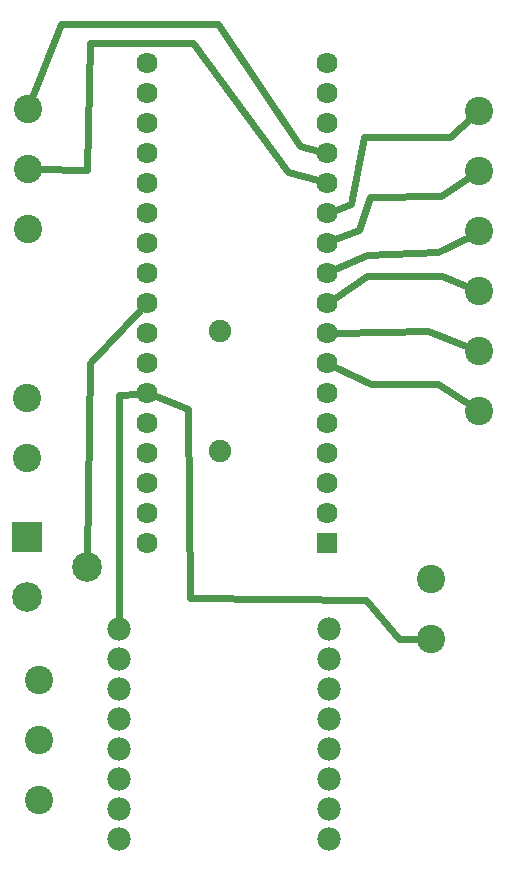
<source format=gbl>
G04 MADE WITH FRITZING*
G04 WWW.FRITZING.ORG*
G04 DOUBLE SIDED*
G04 HOLES PLATED*
G04 CONTOUR ON CENTER OF CONTOUR VECTOR*
%ASAXBY*%
%FSLAX23Y23*%
%MOIN*%
%OFA0B0*%
%SFA1.0B1.0*%
%ADD10C,0.094488*%
%ADD11C,0.075000*%
%ADD12C,0.077701*%
%ADD13C,0.070555*%
%ADD14C,0.070583*%
%ADD15C,0.099000*%
%ADD16R,0.070570X0.070542*%
%ADD17R,0.099000X0.099000*%
%ADD18C,0.024000*%
%LNCOPPER0*%
G90*
G70*
G54D10*
X289Y612D03*
X289Y412D03*
X289Y212D03*
X1596Y948D03*
X1596Y748D03*
X250Y1553D03*
X250Y1353D03*
X1756Y2508D03*
X1756Y2308D03*
X1756Y2108D03*
X1756Y1908D03*
X1756Y1708D03*
X1756Y1508D03*
X251Y2517D03*
X251Y2317D03*
X251Y2117D03*
G54D11*
X892Y1776D03*
X892Y1376D03*
G54D12*
X556Y784D03*
X556Y684D03*
X556Y584D03*
X556Y484D03*
X556Y384D03*
X556Y284D03*
X556Y184D03*
X556Y84D03*
X1255Y784D03*
X1255Y684D03*
X1255Y584D03*
X1255Y484D03*
X1255Y384D03*
X1255Y284D03*
X1255Y184D03*
X1255Y84D03*
G54D13*
X1249Y1070D03*
X1249Y1170D03*
X1249Y1270D03*
X1249Y1370D03*
X1249Y1470D03*
X1249Y1570D03*
X1249Y1670D03*
X1249Y1770D03*
X1249Y1870D03*
G54D14*
X1249Y1970D03*
X1249Y2070D03*
X1249Y2170D03*
G54D13*
X1249Y2270D03*
X1249Y2370D03*
G54D14*
X1249Y2470D03*
X1249Y2570D03*
X1249Y2670D03*
G54D13*
X649Y1070D03*
X649Y1170D03*
X649Y1270D03*
X649Y1370D03*
X649Y1470D03*
X649Y1570D03*
X649Y1870D03*
G54D14*
X649Y1970D03*
G54D13*
X649Y1770D03*
X649Y1670D03*
G54D14*
X649Y2070D03*
X649Y2170D03*
G54D13*
X649Y2270D03*
X649Y2370D03*
G54D14*
X649Y2470D03*
X649Y2570D03*
X649Y2670D03*
G54D15*
X248Y888D03*
X248Y1088D03*
X448Y988D03*
G54D16*
X1249Y1070D03*
G54D17*
X248Y1088D03*
G54D18*
X555Y1563D02*
X619Y1567D01*
D02*
X556Y813D02*
X555Y1563D01*
D02*
X628Y1848D02*
X459Y1669D01*
D02*
X459Y1669D02*
X449Y1019D01*
D02*
X1488Y750D02*
X1380Y879D01*
D02*
X786Y1515D02*
X677Y1559D01*
D02*
X791Y885D02*
X786Y1515D01*
D02*
X1565Y749D02*
X1488Y750D01*
D02*
X1380Y879D02*
X791Y885D01*
D02*
X459Y2735D02*
X802Y2735D01*
D02*
X802Y2735D02*
X1120Y2307D01*
D02*
X1120Y2307D02*
X1220Y2278D01*
D02*
X282Y2317D02*
X450Y2313D01*
D02*
X450Y2313D02*
X459Y2735D01*
D02*
X885Y2799D02*
X1159Y2391D01*
D02*
X361Y2798D02*
X885Y2799D01*
D02*
X1159Y2391D02*
X1220Y2376D01*
D02*
X262Y2546D02*
X361Y2798D01*
D02*
X1619Y1599D02*
X1731Y1525D01*
D02*
X1394Y1599D02*
X1619Y1599D01*
D02*
X1276Y1657D02*
X1394Y1599D01*
D02*
X1279Y1770D02*
X1586Y1777D01*
D02*
X1586Y1777D02*
X1728Y1719D01*
D02*
X1632Y1960D02*
X1383Y1960D01*
D02*
X1728Y1920D02*
X1632Y1960D01*
D02*
X1383Y1960D02*
X1274Y1886D01*
D02*
X1383Y2028D02*
X1619Y2040D01*
D02*
X1619Y2040D02*
X1729Y2094D01*
D02*
X1276Y1981D02*
X1383Y2028D01*
D02*
X1356Y2113D02*
X1276Y2081D01*
D02*
X1629Y2226D02*
X1391Y2223D01*
D02*
X1391Y2223D02*
X1356Y2113D01*
D02*
X1730Y2291D02*
X1629Y2226D01*
D02*
X1657Y2422D02*
X1371Y2422D01*
D02*
X1733Y2488D02*
X1657Y2422D01*
D02*
X1371Y2422D02*
X1328Y2198D01*
D02*
X1328Y2198D02*
X1277Y2180D01*
G04 End of Copper0*
M02*
</source>
